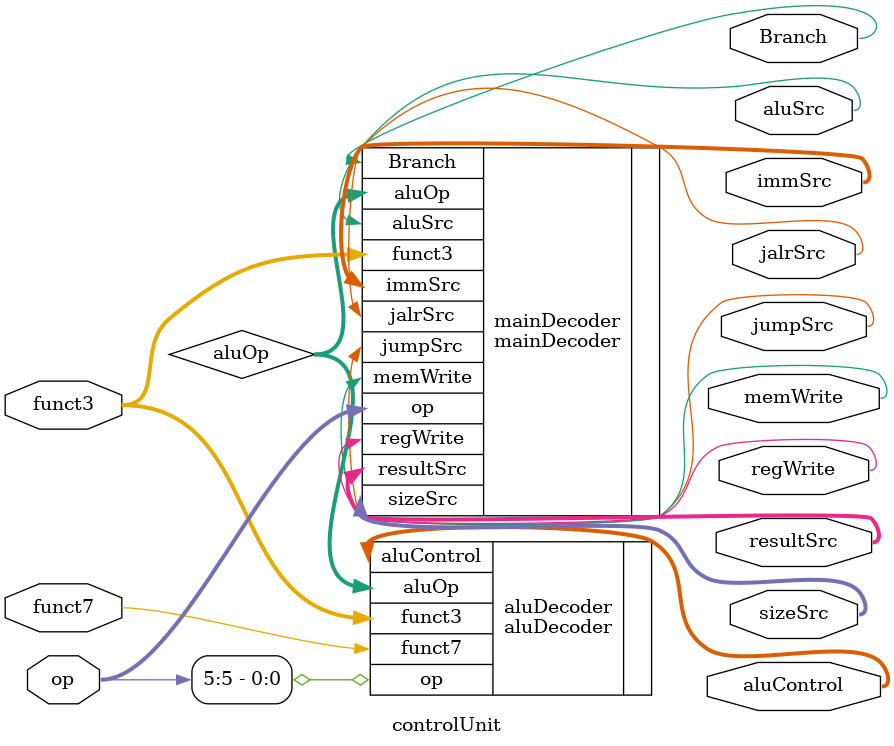
<source format=sv>
module controlUnit(
    input   logic [6:0] op,
    input   logic [2:0] funct3,
    input   logic       funct7,
    output  logic       Branch,
    output  logic       jumpSrc,
    output  logic       jalrSrc,
    output  logic [1:0] resultSrc,
    output  logic       memWrite,
    output  logic [3:0] aluControl,
    output  logic       aluSrc,
    output  logic [1:0] immSrc,
    output  logic       regWrite,
    output  logic [2:0] sizeSrc
);

    logic [1:0] aluOp;

    mainDecoder mainDecoder (
        .funct3(funct3),
        .sizeSrc(sizeSrc),
        .op(op),
        .Branch(Branch),
        .jumpSrc(jumpSrc),
        .jalrSrc(jalrSrc),
        .resultSrc(resultSrc),
        .memWrite(memWrite),
        .aluSrc(aluSrc),
        .immSrc(immSrc),
        .regWrite(regWrite),
        .aluOp(aluOp)
    );

    aluDecoder aluDecoder (
        .op(op[5]),
        .aluOp(aluOp),
        .funct3(funct3),
        .funct7(funct7),
        .aluControl(aluControl)
    );
    
endmodule

</source>
